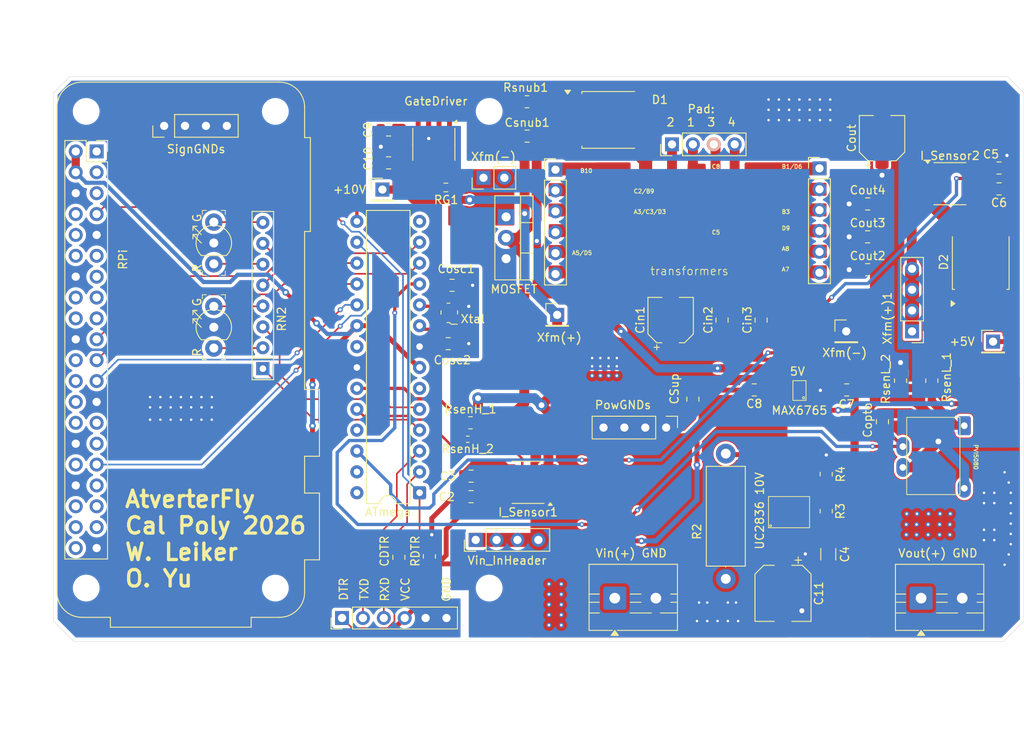
<source format=kicad_pcb>
(kicad_pcb (version 20241229) (generator "pcbnew") (generator_version "9.0")
  (title_block (title "EV Microgrid Flyback Converter ") (company "Cal Poly, Senior Project"))
  (layers (0 "F.Cu" signal) (2 "B.Cu" signal) (13 "F.Paste" user) (15 "B.Paste" user) (5 "F.SilkS" user "F.Silkscreen") (7 "B.SilkS" user "B.Silkscreen") (1 "F.Mask" user) (3 "B.Mask" user) (25 "Edge.Cuts" user))
  (net 0 "")
  (net 1 "/+5Vcc")
  (net 2 "AGND")
  (net 3 "Net-(I_Sensor1-FILTER)")
  (net 4 "PGND")
  (net 5 "/+10Vcc")
  (net 6 "Net-(I_Sensor2-FILTER)")
  (net 7 "Net-(MAX6765-ENABLE)")
  (net 8 "Net-(MAX6765-OUT)")
  (net 9 "/DTR")
  (net 10 "/!Reset")
  (net 11 "Net-(D1-A)")
  (net 12 "/Vin(+)")
  (net 13 "/Vout(+)")
  (net 14 "Net-(D1-K)")
  (net 15 "Net-(D2-A)")
  (net 17 "/PWM")
  (net 19 "Net-(GateDriver1-~{OUT_A})")
  (net 22 "Net-(T1-AA)")
  (net 23 "/IH")
  (net 24 "/IL")
  (net 25 "Net-(UC2836_10V1-Shutdown)")
  (net 26 "/Red1")
  (net 27 "/Green1")
  (net 28 "Net-(D3-A1)")
  (net 29 "Net-(D3-A2)")
  (net 30 "Net-(D4-A2)")
  (net 31 "/Red2")
  (net 32 "/Green2")
  (net 33 "Net-(D4-A1)")
  (net 34 "/VH")
  (net 36 "/VL")
  (net 37 "/SCLK")
  (net 38 "Net-(ATmega1-XTAL1{slash}PB6)")
  (net 39 "Net-(ATmega1-XTAL2{slash}PB7)")
  (net 40 "unconnected-(ATmega1-AREF-Pad21)")
  (net 41 "/!SS")
  (net 42 "/MOSI")
  (net 43 "/RXD")
  (net 45 "/TXD")
  (net 46 "/ProReset")
  (net 47 "/MISO")
  (net 48 "Net-(UC2836_10V1-Driver_Sink)")
  (net 49 "Net-(UC2836_10V1-Feedback)")
  (net 51 "unconnected-(ATmega1-PC4-Pad27)")
  (net 52 "unconnected-(ATmega1-PB0-Pad14)")
  (net 65 "Net-(RPi1-3V3-Pad1)")
  (net 79 "Net-(MOSFET1-G)")
  (net 80 "Net-(U1-A)")
  (net 81 "Net-(T1-SB)")
  (footprint "FlybackSpecialtyComps:Oscillator_Crystal_4pin_SXT224" (layer "F.Cu") (at 133.025 83.575 180)
    (property "Reference" "Xtal")
    (property "Value" "Xtal" (hide yes))
  )
  (footprint "Connector_PinHeader_2.54mm:PinHeader_1x01_P2.54mm_Vertical" (layer "F.Cu") (at 125 68.75)
    (property "Reference" "REF**" (hide yes))
    (property "Value" "PinHeader_1x01_P2.54mm_Vertical" (hide yes))
  )
  (footprint "Capacitor_SMD:C_0805_2012Metric" (layer "F.Cu") (at 170.21 93.13 180)
    (property "Reference" "C8")
    (property "Value" "0.1u" (hide yes))
  )
  (footprint "Capacitor_SMD:C_0805_2012Metric" (layer "F.Cu") (at 184 74.5)
    (property "Reference" "Cout3")
    (property "Value" "5u" (hide yes))
  )
  (footprint "Resistor_SMD:R_0805_2012Metric" (layer "F.Cu") (at 178.96 103.38 -90)
    (property "Reference" "R4")
    (property "Value" "2.5k" (hide yes))
  )
  (footprint "Connector_PinHeader_2.54mm:PinHeader_1x01_P2.54mm_Vertical" (layer "F.Cu") (at 181.4 86)
    (property "Reference" "REF**" (hide yes))
    (property "Value" "PinHeader_1x01_P2.54mm_Vertical" (hide yes))
  )
  (footprint "Capacitor_SMD:C_0805_2012Metric" (layer "F.Cu") (at 184 78.5)
    (property "Reference" "Cout2")
    (property "Value" "5u" (hide yes))
  )
  (footprint "Resistor_SMD:R_0805_2012Metric" (layer "F.Cu") (at 130.71 113.38 -90)
    (property "Reference" "RDTR")
    (property "Value" "10k" (hide yes))
  )
  (footprint "Capacitor_SMD:C_0805_2012Metric" (layer "F.Cu") (at 166.294415 84.63 90)
    (property "Reference" "Cin2")
    (property "Value" "5u" (hide yes))
  )
  (footprint "FlybackSpecialtyComps:LED_3pin_P2.54mm" (layer "F.Cu") (at 104.5 77.79 90)
    (property "Reference" "D4" (hide yes))
    (property "Value" "LED_Dual_AKA" (hide yes))
  )
  (footprint "Capacitor_SMD:C_0805_2012Metric" (layer "F.Cu") (at 184 70.5)
    (property "Reference" "Cout4")
    (property "Value" "5u" (hide yes))
  )
  (footprint "Package_SO:SOIC-8_3.9x4.9mm_P1.27mm" (layer "F.Cu") (at 194 68.035)
    (property "Reference" "I_Sensor2")
    (property "Value" "ACS712xLCTR-05B" (hide yes))
  )
  (footprint "Package_SO:SOIC-8_3.9x4.9mm_P1.27mm" (layer "F.Cu") (at 131.25 63.25 -90)
    (property "Reference" "GateDriver")
    (property "Value" "TC4426xOA" (hide yes))
  )
  (footprint "FlybackSpecialtyComps:transformers" (layer "F.Cu") (at 153 66.25)
    (property "Reference" "T1" (hide yes))
    (property "Value" "Transformer_1P_1S" (hide yes))
  )
  (footprint "Capacitor_SMD:CP_Elec_5x4.5" (layer "F.Cu") (at 160.044415 84.63 90)
    (property "Reference" "Cin1")
    (property "Value" "10u" (hide yes))
  )
  (footprint "Package_TO_SOT_SMD:TO-252-3_TabPin2" (layer "F.Cu") (at 197.75 77.585 90)
    (property "Reference" "D2")
    (property "Value" "D" (hide yes))
  )
  (footprint "Capacitor_SMD:C_0805_2012Metric_Pad1.18x1.45mm_HandSolder" (layer "F.Cu") (at 162.75 94.25 -90)
    (property "Reference" "CSup")
    (property "Value" "1uF" (hide yes))
  )
  (footprint "Connector_PinHeader_2.54mm:PinHeader_1x01_P2.54mm_Vertical" (layer "F.Cu") (at 199.25 87.25)
    (property "Reference" "REF**" (hide yes))
    (property "Value" "PinHeader_1x01_P2.54mm_Vertical" (hide yes))
  )
  (footprint "Resistor_THT:R_Array_SIP8" (layer "F.Cu") (at 110.46 90.54 90)
    (property "Reference" "RN2")
    (property "Value" "R_Pack04_SIP" (hide yes))
  )
  (footprint "Capacitor_SMD:C_0805_2012Metric_Pad1.18x1.45mm_HandSolder" (layer "F.Cu") (at 185.8 97 90)
    (property "Reference" "Copto")
    (property "Value" "10nF" (hide yes))
  )
  (footprint "Resistor_SMD:R_0805_2012Metric" (layer "F.Cu") (at 142.577446 58.063458)
    (property "Reference" "Rsnub1")
    (property "Value" "110" (hide yes))
  )
  (footprint "Capacitor_SMD:C_0805_2012Metric" (layer "F.Cu") (at 125.75 61.5)
    (property "Reference" "C9")
    (property "Value" "10u" (hide yes))
  )
  (footprint "Connector_PinHeader_2.54mm:PinHeader_1x04_P2.54mm_Vertical" (layer "F.Cu") (at 136.34 111.38 90)
    (property "Reference" "Vin_InHeader")
    (property "Value" "Conn_01x04_Pin" (hide yes))
  )
  (footprint "Capacitor_SMD:C_0805_2012Metric" (layer "F.Cu") (at 181.46 93.13)
    (property "Reference" "C7")
    (property "Value" "10u" (hide yes))
  )
  (footprint "Capacitor_SMD:C_0805_2012Metric" (layer "F.Cu") (at 133 87.5 180)
    (property "Reference" "Cosc2")
    (property "Value" "22pf" (hide yes))
  )
  (footprint "Capacitor_SMD:C_0805_2012Metric" (layer "F.Cu") (at 142.5875 62.25)
    (property "Reference" "Csnub1")
    (property "Value" "4n" (hide yes))
  )
  (footprint "Capacitor_SMD:CP_Elec_5x4.5" (layer "F.Cu") (at 185.75 62.5 90)
    (property "Reference" "Cout")
    (property "Value" "15u" (hide yes))
  )
  (footprint "Capacitor_SMD:C_0805_2012Metric" (layer "F.Cu") (at 135.776297 106.116938 180)
    (property "Reference" "C2")
    (property "Value" "0.1u" (hide yes))
  )
  (footprint "Capacitor_SMD:C_0805_2012Metric" (layer "F.Cu") (at 199.975 66.13)
    (property "Reference" "C5")
    (property "Value" "0.1u" (hide yes))
  )
  (footprint "Connector_PinHeader_2.54mm:PinHeader_1x04_P2.54mm_Vertical" (layer "F.Cu") (at 159.5 97.71 -90)
    (property "Reference" "PowGNDs")
    (property "Value" "Conn_01x04_Pin" (hide yes))
  )
  (footprint "Capacitor_SMD:C_0805_2012Metric_Pad1.18x1.45mm_HandSolder" (layer "F.Cu") (at 127 113.5 -90)
    (property "Reference" "CDTR")
    (property "Value" "1uF" (hide yes))
  )
  (footprint "FlybackSpecialtyComps:Max6765" (layer "F.Cu") (at 177.21 94.13 180)
    (property "Reference" "MAX6765")
    (property "Value" "5V Regulator" (hide yes))
  )
  (footprint "FlybackSpecialtyComps:FTDI_USB_TTL_Header" (layer "F.Cu") (at 120.09 120.88 90)
    (property "Reference" "Header1" (hide yes))
    (property "Value" "Conn_01x06_Male" (hide yes))
  )
  (footprint "Resistor_SMD:R_0805_2012Metric" (layer "F.Cu") (at 135.71 97.13)
    (property "Reference" "RsenH_1")
    (property "Value" "120k" (hide yes))
  )
  (footprint "Connector_PinHeader_2.54mm:PinHeader_1x04_P2.54mm_Vertical" (layer "F.Cu") (at 189.39962 86.007909 180)
    (property "Reference" "Xfm(+)1")
    (property "Value" "Conn_01x04_Pin" (hide yes))
  )
  (footprint "Capacitor_SMD:C_0805_2012Metric" (layer "F.Cu") (at 133.465934 80.4 180)
    (property "Reference" "Cosc1")
    (property "Value" "22pf" (hide yes))
  )
  (footprint "Connector_PinHeader_2.54mm:PinHeader_1x02_P2.54mm_Vertical" (layer "F.Cu") (at 137.286986 67.317439 90)
    (property "Reference" "Xfm(-)")
    (property "Value" "PinHeader_1x02_P2.54mm_Vertical" (hide yes))
  )
  (footprint "Package_SO:SOIC-8_3.9x4.9mm_P1.27mm" (layer "F.Cu") (at 142.71 104.38 180)
    (property "Reference" "I_Sensor1")
    (property "Value" "ACS712xLCTR-05B" (hide yes))
  )
  (footprint "Resistor_SMD:R_0402_1005Metric_Pad0.72x0.64mm_HandSolder" (layer "F.Cu") (at 135.370389 99.13 180)
    (property "Reference" "RsenH_2")
    (property "Value" "10k" (hide yes))
  )
  (footprint "FlybackSpecialtyComps:FTDI_USB_TTL_Header" (layer "F.Cu") (at 178.139725 66.168571)
    (property "Reference" "Header1" (hide yes))
    (property "Value" "Conn_01x06_Male" (hide yes))
  )
  (footprint "Resistor_SMD:R_0805_2012Metric" (layer "F.Cu") (at 191.8 92 -90)
    (property "Reference" "RsenL_1")
    (property "Value" "120k" (hide yes))
  )
  (footprint "Capacitor_SMD:C_0805_2012Metric" (layer "F.Cu") (at 125.75 65.5)
    (property "Reference" "C10")
    (property "Value" "0.1u" (hide yes))
  )
  (footprint "Resistor_SMD:R_0805_2012Metric" (layer "F.Cu") (at 178.96 107.88 90)
    (property "Reference" "R3")
    (property "Value" "7500" (hide yes))
  )
  (footprint "FlybackSpecialtyComps:LED_3pin_P2.54mm" (layer "F.Cu") (at 104.5 88.04 90)
    (property "Reference" "D3" (hide yes))
    (property "Value" "LED_Dual_AKA" (hide yes))
  )
  (footprint "FlybackSpecialtyComps:PVI5080" (layer "F.Cu") (at 195.25 101.29 -90)
    (property "Reference" "U1" (hide yes))
    (property "Value" "PVI5080NPBF" (hide yes))
  )
  (footprint "Connector_PinHeader_2.54mm:PinHeader_1x01_P2.54mm_Vertical" (layer "F.Cu") (at 146.25 84)
    (property "Reference" "REF**" (hide yes))
    (property "Value" "PinHeader_1x01_P2.54mm_Vertical" (hide yes))
  )
  (footprint "Capacitor_SMD:C_0805_2012Metric" (layer "F.Cu") (at 171.044415 84.63 90)
    (property "Reference" "Cin3")
    (property "Value" "5u" (hide yes))
  )
  (footprint "TerminalBlock:TerminalBlock_MaiXu_MX126-5.0-02P_1x02_P5.00mm" (layer "F.Cu") (at 153.25 118.4675)
    (property "Reference" "Vin(+) GND")
    (property "Value" "Screw_Terminal_01x02" (hide yes))
  )
  (footprint "Package_DIP:DIP-28_W7.62mm" (layer "F.Cu") (at 129.515 105.64 180)
    (property "Reference" "ATmega")
    (property "Value" "ATmega328P-P" (hide yes))
  )
  (footprint "FlybackSpecialtyComps:UC2836" (layer "F.Cu") (at 172.46 110.87 90)
    (property "Reference" "UC2836_10V1" (hide yes))
    (property "Value" "10V Regulator" (hide yes))
  )
  (footprint "Package_TO_SOT_THT:TO-220-3_Vertical" (layer "F.Cu") (at 140.04 72.08 -90)
    (property "Reference" "MOSFET")
    (property "Value" "IRF540N" (hide yes))
  )
  (footprint "Capacitor_SMD:C_0805_2012Metric" (layer "F.Cu") (at 135.776297 103.616938)
    (property "Reference" "C3")
    (property "Value" "1n" (hide yes))
  )
  (footprint "Connector_PinHeader_2.54mm:PinHeader_1x04_P2.54mm_Vertical" (layer "F.Cu") (at 98.46 61 90)
    (property "Reference" "SignGNDs")
    (property "Value" "Conn_01x04_Pin" (hide yes))
  )
  (footprint "Resistor_SMD:R_0603_1608Metric" (layer "F.Cu") (at 132.713291 68.497971)
    (property "Reference" "RG1")
    (property "Value" "0" (hide yes))
  )
  (footprint "FlybackSpecialtyComps:Raspberry_Pi_Zero_and_Four" (layer "F.Cu") (at 90.25 64.11)
    (property "Reference" "RPi")
    (property "Value" "Raspberry_Pi_2_3" (hide yes))
  )
  (footprint "Resistor_SMD:R_0805_2012Metric" (layer "F.Cu") (at 188 92 90)
    (property "Reference" "RsenL_2")
    (property "Value" "10k" (hide yes))
  )
  (footprint "Connector_PinHeader_2.54mm:PinHeader_1x04_P2.54mm_Vertical" (layer "F.Cu") (at 160.21 63.25 90)
    (property "Reference" "I_InHeader1" (hide yes))
    (property "Value" "Conn_01x04_Pin" (hide yes))
  )
  (footprint "Capacitor_SMD:C_1206_3216Metric" (layer "F.Cu") (at 179.21 113.13 -90)
    (property "Reference" "C4")
    (property "Value" "30u" (hide yes))
  )
  (footprint "TerminalBlock:TerminalBlock_MaiXu_MX126-5.0-02P_1x02_P5.00mm" (layer "F.Cu") (at 190.5 118.4675)
    (property "Reference" "Vout(+) GND")
    (property "Value" "Screw_Terminal_01x02" (hide yes))
  )
  (footprint "Capacitor_SMD:C_0805_2012Metric" (layer "F.Cu") (at 199.975 68.668596 180)
    (property "Reference" "C6")
    (property "Value" "1n" (hide yes))
  )
  (footprint "Resistor_THT:R_Axial_DIN0414_L11.9mm_D4.5mm_P15.24mm_Horizontal" (layer "F.Cu") (at 166.75 116.12 90)
    (property "Reference" "R2")
    (property "Value" "0.1" (hide yes))
  )
  (footprint "Capacitor_SMD:CP_Elec_6.3x7.7" (layer "F.Cu") (at 173.71 117.88 -90)
    (property "Reference" "C11")
    (property "Value" "30u" (hide yes))
  )
  (footprint "Package_TO_SOT_SMD:TO-252-3_TabPin2" (layer "F.Cu") (at 152.565 60.275)
    (property "Reference" "D1")
    (property "Value" "D" (hide yes))
  )
  (footprint "FlybackSpecialtyComps:FTDI_USB_TTL_Header" (layer "F.Cu") (at 146.04 66.33)
    (property "Reference" "Header1" (hide yes))
    (property "Value" "Conn_01x06_Male" (hide yes))
  )
  (gr_line (start 87 55) (end 85 57) (stroke (width 0.05)) (layer "Edge.Cuts"))
  (gr_line (start 85 57) (end 85 121.25) (stroke (width 0.05)) (layer "Edge.Cuts"))
  (gr_line (start 203 121.25) (end 200.5 123.75) (stroke (width 0.05)) (layer "Edge.Cuts"))
  (gr_line (start 201 55) (end 203 57) (stroke (width 0.05)) (layer "Edge.Cuts"))
  (gr_line (start 201 55) (end 87 55) (stroke (width 0.05)) (layer "Edge.Cuts"))
  (gr_line (start 87.5 123.75) (end 85 121.25) (stroke (width 0.05)) (layer "Edge.Cuts"))
  (gr_line (start 203 57) (end 203 121.25) (stroke (width 0.05)) (layer "Edge.Cuts"))
  (gr_line (start 200.5 123.75) (end 87.5 123.75) (stroke (width 0.05)) (layer "Edge.Cuts"))
  (gr_text "Pad:\n2  1  3  4" (at 163.75 59.75 0) (layer "F.SilkS") (effects (font (size 1 1))))
  (gr_text "Xfm(+)" (at 146.5 86.75 0) (layer "F.SilkS") (effects (font (size 1 1))))
  (gr_text "+10V\n" (at 121 68.75 0) (layer "F.SilkS") (effects (font (size 1 1))))
  (gr_text "+5V" (at 195.5 87.25 0) (layer "F.SilkS") (effects (font (size 1 1))))
  (gr_text "Xfm(-)" (at 181.2 88.6 0) (layer "F.SilkS") (effects (font (size 1 1))))
  (gr_text "5V" (at 175.46 90.88 0) (layer "F.SilkS") (effects (font (size 1 1))))
  (gr_text "AtverterFly\nCal Poly 2026\nW. Leiker\nO. Yu\n" (at 93.5 117.25 0) (layer "F.SilkS") (effects (font (size 2 2) (thickness 0.4) (bold yes)) (justify left bottom)))
  (segment (start 127.71 120.88) (end 130.71 117.88) (width 0.6) (layer "F.Cu") (net 1))
  (segment (start 162.71 93.15) (end 169.24 93.15) (width 0.6) (layer "F.Cu") (net 1))
  (segment (start 163.25 102.25) (end 163.25 99.14) (width 0.6) (layer "F.Cu") (net 1))
  (segment (start 121.895 85.32) (end 116.5 90.715) (width 0.6) (layer "F.Cu") (net 1))
  (segment (start 130.71 117.88) (end 130.71 114.2925) (width 0.6) (layer "F.Cu") (net 1))
  (segment (start 200.25 63.5) (end 201.5 63.5) (width 0.6) (layer "F.Cu") (net 1))
  (segment (start 202.063973 90.936027) (end 198.2 94.8) (width 0.6) (layer "F.Cu") (net 1))
  (segment (start 116.5 97.5) (end 116.5 120.75) (width 0.6) (layer "F.Cu") (net 1))
  (segment (start 199.25 87.25) (end 202.043673 87.25) (width 0.6) (layer "F.Cu") (net 1))
  (segment (start 156.5 111.5) (end 149.5 111.5) (width 0.6) (layer "F.Cu") (net 1))
  (segment (start 87.71 66.65) (end 87.71 64.11) (width 1) (layer "F.Cu") (net 1))
  (segment (start 202.043673 87.25) (end 202.046356 87.247317) (width 0.6) (layer "F.Cu") (net 1))
  (segment (start 116.5 90.715) (end 116.5 92.5) (width 0.6) (layer "F.Cu") (net 1))
  (segment (start 132.75 110.093235) (end 136.726297 106.116938) (width 0.6) (layer "F.Cu") (net 1))
  (segment (start 129.4 90.4) (end 124.32 85.32) (width 0.6) (layer "F.Cu") (net 1))
  (segment (start 149.5 111.5) (end 146.7075 114.2925) (width 0.6) (layer "F.Cu") (net 1))
  (segment (start 124.32 85.32) (end 121.895 85.32) (width 0.6) (layer "F.Cu") (net 1))
  (segment (start 201.5 63.5) (end 202.063973 64.063973) (width 0.6) (layer "F.Cu") (net 1))
  (segment (start 199.025 64.725) (end 200.25 63.5) (width 0.6) (layer "F.Cu") (net 1))
  (segment (start 130.71 114.2925) (end 131.7075 114.2925) (width 0.6) (layer "F.Cu") (net 1))
  (segment (start 118.5 122.75) (end 125.84 122.75) (width 0.6) (layer "F.Cu") (net 1))
  (segment (start 125.84 122.75) (end 127.71 120.88) (width 0.6) (layer "F.Cu") (net 1))
  (segment (start 199.025 66.13) (end 199.025 64.725) (width 0.6) (layer "F.Cu") (net 1))
  (segment (start 113.237525 81.262475) (end 116.987525 85.012475) (width 0.5) (layer "F.Cu") (net 1))
  (segment (start 180.4 95.6) (end 171.73 95.6) (width 0.6) (layer "F.Cu") (net 1))
  (segment (start 169.24 93.15) (end 169.26 93.13) (width 0.6) (layer "F.Cu") (net 1))
  (segment (start 202.063973 64.063973) (end 202.063973 85.2) (width 0.6) (layer "F.Cu") (net 1))
  (segment (start 131.7075 114.2925) (end 132.75 113.25) (width 0.6) (layer "F.Cu") (net 1))
  (segment (start 202.063973 85.2) (end 202.063973 90.936027) (width 0.6) (layer "F.Cu") (net 1))
  (segment (start 163.25 99.14) (end 169.26 93.13) (width 0.6) (layer "F.Cu") (net 1))
  (segment (start 116.5 120.75) (end 118.5 122.75) (width 0.6) (layer "F.Cu") (net 1))
  (segment (start 171.73 95.6) (end 169.26 93.13) (width 0.6) (layer "F.Cu") (net 1))
  (segment (start 199.025 66.13) (end 196.475 66.13) (width 0.6) (layer "F.Cu") (net 1))
  (segment (start 146.7075 114.2925) (end 130.71 114.2925) (width 0.6) (layer "F.Cu") (net 1))
  (segment (start 132.75 113.25) (end 132.75 110.093235) (width 0.6) (layer "F.Cu") (net 1))
  (segment (start 140.235 106.285) (end 136.894359 106.285) (width 0.6) (layer "F.Cu") (net 1))
  (segment (start 129.515 90.4) (end 129.4 90.4) (width 0.6) (layer "F.Cu") (net 1))
  (segment (start 198.2 94.8) (end 194.2 94.8) (width 0.6) (layer "F.Cu") (net 1))
  (via (at 194.2 94.8) (size 0.8) (drill 0.4) (layers "F.Cu" "B.Cu") (net 1))
  (via (at 180.4 95.6) (size 0.8) (drill 0.4) (layers "F.Cu" "B.Cu") (net 1))
  (via (at 156.5 111.5) (size 0.8) (drill 0.4) (layers "F.Cu" "B.Cu") (net 1))
  (via (at 116.5 92.5) (size 0.8) (drill 0.4) (layers "F.Cu" "B.Cu") (net 1))
  (via (at 116.987525 85.012475) (size 0.8) (drill 0.4) (layers "F.Cu" "B.Cu") (net 1))
  (via (at 116.5 97.5) (size 0.8) (drill 0.4) (layers "F.Cu" "B.Cu") (net 1))
  (via (at 163.25 102.25) (size 0.8) (drill 0.4) (layers "F.Cu" "B.Cu") (net 1))
  (via (at 113.237525 81.262475) (size 0.8) (drill 0.4) (layers "F.Cu" "B.Cu") (net 1))
  (segment (start 111.086512 79.111462) (end 113.237525 81.262475) (width 0.5) (layer "B.Cu") (net 1))
  (segment (start 180.4 95.6) (end 181.8 95.6) (width 0.6) (layer "B.Cu") (net 1))
  (segment (start 120.8959 86.3191) (end 121.895 85.32) (width 0.5) (layer "B.Cu") (net 1))
  (segment (start 163.25 106.5) (end 163.25 102.25) (width 0.6) (layer "B.Cu") (net 1))
  (segment (start 107.388538 79.111462) (end 111.086512 79.111462) (width 0.5) (layer "B.Cu") (net 1))
  (segment (start 91.172174 67.922174) (end 103.25 80) (width 0.5) (layer "B.Cu") (net 1))
  (segment (start 158.25 111.5) (end 163.25 106.5) (width 0.6) (layer "B.Cu") (net 1))
  (segment (start 106.5 80) (end 107.388538 79.111462) (width 0.5) (layer "B.Cu") (net 1))
  (segment (start 182.6 94.8) (end 194.2 94.8) (width 0.6) (layer "B.Cu") (net 1))
  (segment (start 87.71 66.65) (end 88.982174 67.922174) (width 0.5) (layer "B.Cu") (net 1))
  (segment (start 103.25 80) (end 106.5 80) (width 0.5) (layer "B.Cu") (net 1))
  (segment (start 88.982174 67.922174) (end 91.172174 67.922174) (width 0.5) (layer "B.Cu") (net 1))
  (segment (start 118.29415 86.3191) (end 120.8959 86.3191) (width 0.5) (layer "B.Cu") (net 1))
  (segment (start 181.8 95.6) (end 182.6 94.8) (width 0.6) (layer "B.Cu") (net 1))
  (segment (start 116.5 92.5) (end 116.5 97.5) (width 0.6) (layer "B.Cu") (net 1))
  (segment (start 156.5 111.5) (end 158.25 111.5) (width 0.6) (layer "B.Cu") (net 1))
  (segment (start 116.987525 85.012475) (end 118.29415 86.3191) (width 0.5) (layer "B.Cu") (net 1))
  (segment (start 140.235 102.475) (end 139.851951 102.091951) (width 0.5) (layer "F.Cu") (net 2))
  (segment (start 135.908049 102.091951) (end 134.826297 103.173703) (width 0.5) (layer "F.Cu") (net 2))
  (segment (start 188.28 102.56) (end 189.44 102.56) (width 1.2) (layer "F.Cu") (net 2))
  (segment (start 185.8 95.9625) (end 189.1625 95.9625) (width 1.2) (layer "F.Cu") (net 2))
  (segment (start 134.826297 103.173703) (end 134.826297 103.616938) (width 0.5) (layer "F.Cu") (net 2))
  (segment (start 131 110.75) (end 131 108.75) (width 0.6) (layer "F.Cu") (net 2))
  (segment (start 134.826297 106.116938) (end 134.826297 103.616938) (width 0.8) (layer "F.Cu") (net 2))
  (segment (start 139.851951 102.091951) (end 135.908049 102.091951) (width 0.5) (layer "F.Cu") (net 2))
  (segment (start 133.633062 106.116938) (end 134.826297 106.116938) (width 0.6) (layer "F.Cu") (net 2))
  (segment (start 131 108.75) (end 133.633062 106.116938) (width 0.6) (layer "F.Cu") (net 2))
  (segment (start 133.75 83.091897) (end 133.75 82.95) (width 0.4) (layer "F.Cu") (net 2))
  (segment (start 133.75 82.95) (end 135.484346 82.95) (width 0.4) (layer "F.Cu") (net 2))
  (segment (start 196.475 69.94) (end 199.653596 69.94) (width 0.6) (layer "F.Cu") (net 2))
  (segment (start 134.415934 80.4) (end 135.965934 80.4) (width 0.4) (layer "F.Cu") (net 2))
  (segment (start 189.1625 95.9625) (end 192.6 99.4) (width 1.2) (layer "F.Cu") (net 2))
  (segment (start 200.925 66.13) (end 200.925 68.668596) (width 0.8) (layer "F.Cu") (net 2))
  (segment (start 132.5 84.5) (end 132.5 84.341897) (width 0.4) (layer "F.Cu") (net 2))
  (segment (start 200.925 66.13) (end 200.925 64.60971) (width 0.6) (layer "F.Cu") (net 2))
  (segment (start 189.44 102.56) (end 192.6 99.4) (width 1.2) (layer "F.Cu") (net 2))
  (segment (start 199.653596 69.94) (end 200.925 68.668596) (width 0.6) (layer "F.Cu") (net 2))
  (segment (start 133.95 87.5) (end 135.5 87.5) (width 0.4) (layer "F.Cu") (net 2))
  (segment (start 133.95 82.75) (end 133.75 82.95) (width 0.2) (layer "F.Cu") (net 2))
  (segment (start 132.5 84.341897) (end 133.75 83.091897) (width 0.4) (layer "F.Cu") (net 2))
  (via (at 176.95 59.05) (size 0.6) (drill 0.3) (layers "F.Cu" "B.Cu") (net 2))
  (via (at 104.25 95.25) (size 0.6) (drill 0.3) (layers "F.Cu" "B.Cu") (net 2))
  (via (at 100.5 94) (size 0.6) (drill 0.3) (layers "F.Cu" "B.Cu") (net 2))
  (via (at 175.7 59.05) (size 0.6) (drill 0.3) (layers "F.Cu" "B.Cu") (net 2))
  (via (at 175.7 60.3) (size 0.6) (drill 0.3) (layers "F.Cu" "B.Cu") (net 2))
  (via (at 179.45 60.3) (size 0.6) (drill 0.3) (layers "F.Cu" "B.Cu") (net 2))
  (via (at 192.6 99.4) (size 1.4) (drill 0.7) (layers "F.Cu" "B.Cu") (net 2))
  (via (at 99.25 96.75) (size 0.6) (drill 0.3) (layers "F.Cu" "B.Cu") (net 2))
  (via (at 131 110.75) (size 0.8) (drill 0.4) (layers "F.Cu" "B.Cu") (net 2))
  (via (at 179.45 59.05) (size 0.6) (drill 0.3) (layers "F.Cu" "B.Cu") (net 2))
  (via (at 96.75 95.25) (size 0.6) (drill 0.3) (layers "F.Cu" "B.Cu") (net 2))
  (via (at 171.95 57.8) (size 0.6) (drill 0.3) (layers "F.Cu" "B.Cu") (net 2))
  (via (at 171.95 59.05) (size 0.6) (drill 0.3) (layers "F.Cu" "B.Cu") (net 2))
  (via (at 174.45 57.8) (size 0.6) (drill 0.3) (layers "F.Cu" "B.Cu") (net 2))
  (via (at 174.45 59.05) (size 0.6) (drill 0.3) (layers "F.Cu" "B.Cu") (net 2))
  (via (at 98 96.75) (size 0.6) (drill 0.3) (layers "F.Cu" "B.Cu") (net 2))
  (via (at 135.5 87.5) (size 0.8) (drill 0.4) (layers "F.Cu" "B.Cu") (net 2))
  (via (at 100.5 96.75) (size 0.6) (drill 0.3) (layers "F.Cu" "B.Cu") (net 2))
  (via (at 103 95.25) (size 0.6) (drill 0.3) (layers "F.Cu" "B.Cu") (net 2))
  (via (at 98 94) (size 0.6) (drill 0.3) (layers "F.Cu" "B.Cu") (net 2))
  (via (at 171.95 60.3) (size 0.6) (drill 0.3) (layers "F.Cu" "B.Cu") (net 2))
  (via (at 101.75 95.25) (size 0.6) (drill 0.3) (layers "F.Cu" "B.Cu") (net 2))
  (via (at 103 96.75) (size 0.6) (drill 0.3) (layers "F.Cu" "B.Cu") (net 2))
  (via (at 99.25 94) (size 0.6) (drill 0.3) (layers "F.Cu" "B.Cu") (net 2))
  (via (at 101.75 96.75) (size 0.6) (drill 0.3) (layers "F.Cu" "B.Cu") (net 2))
  (via (at 174.45 60.3) (size 0.6) (drill 0.3) (layers "F.Cu" "B.Cu") (net 2))
  (via (at 176.95 60.3) (size 0.6) (drill 0.3) (layers "F.Cu" "B.Cu") (net 2))
  (via (at 175.7 57.8) (size 0.6) (drill 0.3) (layers "F.Cu" "B.Cu") (net 2))
  (via (at 96.75 96.75) (size 0.6) (drill 0.3) (layers "F.Cu" "B.Cu") (net 2))
  (via (at 99.25 95.25) (size 0.6) (drill 0.3) (layers "F.Cu" "B.Cu") (net 2))
  (via (at 98 95.25) (size 0.6) (drill 0.3) (layers "F.Cu" "B.Cu") (net 2))
  (via (at 101.75 94) (size 0.6) (drill 0.3) (layers "F.Cu" "B.Cu") (net 2))
  (via (at 200.9378 64.59691) (size 0.8) (drill 0.4) (layers "F.Cu" "B.Cu") (net 2))
  (via (at 179.45 57.8) (size 0.6) (drill 0.3) (layers "F.Cu" "B.Cu") (net 2))
  (via (at 135.965934 80.4) (size 0.8) (drill 0.4) (layers "F.Cu" "B.Cu") (net 2))
  (via (at 176.95 57.8) (size 0.6) (drill 0.3) (layers "F.Cu" "B.Cu") (net 2))
  (via (at 178.2 59.05) (size 0.6) (drill 0.3) (layers "F.Cu" "B.Cu") (net 2))
  (via (at 178.2 60.3) (size 0.6) (drill 0.3) (layers "F.Cu" "B.Cu") (net 2))
  (via (at 104.25 94) (size 0.6) (drill 0.3) (layers "F.Cu" "B.Cu") (net 2))
  (via (at 135.498382 82.964036) (size 0.8) (drill 0.4) (layers "F.Cu" "B.Cu") (net 2))
  (via (at 100.5 95.25) (size 0.6) (drill 0.3) (layers "F.Cu" "B.Cu") (net 2))
  (via (at 178.2 57.8) (size 0.6) (drill 0.3) (layers "F.Cu" "B.Cu") (net 2))
  (via (at 103 94) (size 0.6) (drill 0.3) (layers "F.Cu" "B.Cu") (net 2))
  (via (at 173.2 57.8) (size 0.6) (drill 0.3) (layers "F.Cu" "B.Cu") (net 2))
  (via (at 96.75 94) (size 0.6) (drill 0.3) (layers "F.Cu" "B.Cu") (net 2))
  (via (at 173.2 60.3) (size 0.6) (drill 0.3) (layers "F.Cu" "B.Cu") (net 2))
  (via (at 173.2 59.05) (size 0.6) (drill 0.3) (layers "F.Cu" "B.Cu") (net 2))
  (via (at 104.25 96.75) (size 0.6) (drill 0.3) (layers "F.Cu" "B.Cu") (net 2))
  (segment (start 90.986706 88.242786) (end 89.570848 88.242786) (width 0.3) (layer "B.Cu") (net 2))
  (segment (start 89.570848 88.242786) (end 89.568903 88.244731) (width 0.3) (layer "B.Cu") (net 2))
  (segment (start 195.75 105.1) (end 195.75 102.55) (width 1.2) (layer "B.Cu") (net 2))
  (segment (start 195.75 102.55) (end 192.6 99.4) (width 1.2) (layer "B.Cu") (net 2))
  (segment (start 136.854359 103.745) (end 136.726297 103.616938) (width 0.2) (layer "F.Cu") (net 3))
  (segment (start 140.235 103.745) (end 136.854359 103.745) (width 0.6) (layer "F.Cu") (net 3))
  (segment (start 124.8 61.5) (end 124.8 63.54) (width 0.8) (layer "F.Cu") (net 4))
  (segment (start 162.75 96.5) (end 162.75 95.2875) (width 0.8) (layer "F.Cu") (net 4))
  (segment (start 130.615 60.775) (end 130.615 62.525) (width 0.6) (layer "F.Cu") (net 4))
  (segment (start 175 110.87) (end 175 111.669999) (width 0.6) (layer "F.Cu") (net 4))
  (segment (start 188 91.0875) (end 188 89.8) (width 1) (layer "F.Cu") (net 4))
  (segment (start 183.05 70.5) (end 181.75 70.5) (width 1) (layer "F.Cu") (net 4))
  (segment (start 185.75 64.7) (end 185.75 67) (width 1) (layer "F.Cu") (net 4))
  (segment (start 177.21 93.18) (end 178.25 93.18) (width 0.4) (layer "F.Cu") (net 4))
  (segment (start 161.54 97.71) (end 162.75 96.5) (width 0.8) (layer "F.Cu") (net 4))
  (segment (start 183.05 74.5) (end 181.75 74.5) (width 1) (layer "F.Cu") (net 4))
  (segment (start 175 111.669999) (end 176.415 113.085) (width 0.6) (layer "F.Cu") (net 4))
  (segment (start 159.5 97.71) (end 161.54 97.71) (width 0.8) (layer "F.Cu") (net 4))
  (segment (start 175.42 120.58) (end 176 120) (width 1) (layer "F.Cu") (net 4))
  (segment (start 177.935001 114.605) (end 179.21 114.605) (width 0.6) (layer "F.Cu") (net 4))
  (segment (start 183.05 78.5) (end 181.75 78.5) (width 1) (layer "F.Cu") (net 4))
  (segment (start 178.96 102.4675) (end 178.96 101.053977) (width 0.8) (layer "F.Cu") (net 4))
  (segment (start 173.71 120.58) (end 175.42 120.58) (width 1) (layer "F.Cu") (net 4))
  (segment (start 124.8 63.54) (end 124.8 65.5) (width 0.8) (layer "F.Cu") (net 4))
  (segment (start 176.415 113.085) (end 177.935001 114.605) (width 0.6) (layer "F.Cu") (net 4))
  (via (at 153.5 89.25) (size 0.6) (drill 0.3) (layers "F.Cu" "B.Cu") (net 4))
  (via (at 201.4 108.15) (size 0.6) (drill 0.3) (layers "F.Cu" "B.Cu") (net 4))
  (via (at 201.15 104.4) (size 0.6) (drill 0.3) (layers "F.Cu" "B.Cu") (net 4))
  (via (at 150.5 90.25) (size 0.6) (drill 0.3) (layers "F.Cu" "B.Cu") (net 4))
  (via (at 201.4 109.4) (size 0.6) (drill 0.3) (layers "F.Cu" "B.Cu") (net 4))
  (via (at 150.5 89.25) (size 0.6) (drill 0.3) (layers "F.Cu" "B.Cu") (net 4))
  (via (at 151.5 90.25) (size 0.6) (drill 0.3) (layers "F.Cu" "B.Cu") (net 4))
  (via (at 181.75 78.5) (size 1.2) (drill 0.6) (layers "F.Cu" "B.Cu") (net 4))
  (via (at 130.63 62.54) (size 0.8) (drill 0.4) (layers "F.Cu" "B.Cu") (net 4))
  (via (at 152.5 90.25) (size 0.6) (drill 0.3) (layers "F.Cu" "B.Cu") (net 4))
  (via (at 176.415 113.085) (size 0.8) (drill 0.4) (layers "F.Cu" "B.Cu") (net 4))
  (via (at 151.5 89.25) (size 0.6) (drill 0.3) (layers "F.Cu" "B.Cu") (net 4))
  (via (at 199.4 110.15) (size 0.6) (drill 0.3) (layers "F.Cu" "B.Cu") (net 4))
  (via (at 201.15 113.15) (size 0.6) (drill 0.3) (layers "F.Cu" "B.Cu") (net 4))
  (via (at 163.25 121.25) (size 0.6) (drill 0.3) (layers "F.Cu" "B.Cu") (net 4))
  (via (at 198.15 106.9) (size 0.6) (drill 0.3) (layers "F.Cu" "B.Cu") (net 4))
  (via (at 176 120) (size 1.2) (drill 0.6) (layers "F.Cu" "B.Cu") (net 4))
  (via (at 168 119) (size 0.6) (drill 0.3) (layers "F.Cu" "B.Cu") (net 4))
  (via (at 198.15 110.15) (size 0.6) (drill 0.3) (layers "F.Cu" "B.Cu") (net 4))
  (via (at 188 89.8) (size 1.2) (drill 0.6) (layers "F.Cu" "B.Cu") (net 4))
  (via (at 201.4 110.65) (size 0.6) (drill 0.3) (layers "F.Cu" "B.Cu") (net 4))
  (via (at 167 121.25) (size 0.6) (drill 0.3) (layers "F.Cu" "B.Cu") (net 4))
  (via (at 200.65 103.15) (size 0.6) (drill 0.3) (layers "F.Cu" "B.Cu") (net 4))
  (via (at 164.5 119) (size 0.6) (drill 0.3) (layers "F.Cu" "B.Cu") (net 4))
  (via (at 178.25 93.18) (size 0.8) (drill 0.4) (layers "F.Cu" "B.Cu") (net 4))
  (via (at 185.75 67) (size 1.2) (drill 0.6) (layers "F.Cu" "B.Cu") (net 4))
  (via (at 167 119) (size 0.6) (drill 0.3) (layers "F.Cu" "B.Cu") (net 4))
  (via (at 201.4 106.9) (size 0.6) (drill 0.3) (layers "F.Cu" "B.Cu") (net 4))
  (via (at 198.15 111.4) (size 0.6) (drill 0.3) (layers "F.Cu" "B.Cu") (net 4))
  (via (at 201.4 105.65) (size 0.6) (drill 0.3) (layers "F.Cu" "B.Cu") (net 4))
  (via (at 199.4 111.4) (size 0.6) (drill 0.3) (layers "F.Cu" "B.Cu") (net 4))
  (via (at 153.5 90.25) (size 0.6) (drill 0.3) (layers "F.Cu" "B.Cu") (net 4))
  (via (at 181.75 74.5) (size 1.2) (drill 0.6) (layers "F.Cu" "B.Cu") (net 4))
  (via (at 163.5 119) (size 0.6) (drill 0.3) (layers "F.Cu" "B.Cu") (net 4))
  (via (at 199.4 106.9) (size 0.6) (drill 0.3) (layers "F.Cu" "B.Cu") (net 4))
  (via (at 199.4 105.65) (size 0.6) (drill 0.3) (layers "F.Cu" "B.Cu") (net 4))
  (via (at 201.4 111.9) (size 0.6) (drill 0.3) (layers "F.Cu" "B.Cu") (net 4))
  (via (at 124.8 63.54) (size 1) (drill 0.5) (layers "F.Cu" "B.Cu") (net 4))
  (via (at 164.5 121.25) (size 0.6) (drill 0.3) (layers "F.Cu" "B.Cu") (net 4))
  (via (at 200.65 114.4) (size 0.6) (drill 0.3) (layers "F.Cu" "B.Cu") (net 4))
  (via (at 168.25 121.25) (size 0.6) (drill 0.3) (layers "F.Cu" "B.Cu") (net 4))
  (via (at 178.970104 101.043873) (size 0.8) (drill 0.4) (layers "F.Cu" "B.Cu") (net 4))
  (via (at 152.5 89.25) (size 0.6) (drill 0.3) (layers "F.Cu" "B.Cu") (net 4))
  (via (at 181.75 70.5) (size 1.2) (drill 0.6) (layers "F.Cu" "B.Cu") (net 4))
  (via (at 165.75 121.25) (size 0.6) (drill 0.3) (layers "F.Cu" "B.Cu") (net 4))
  (via (at 198.15 105.65) (size 0.6) (drill 0.3) (layers "F.Cu" "B.Cu") (net 4))
  (segment (start 180.2075 108.7925) (end 182.41 106.59) (width 1) (layer "F.Cu") (net 5))
  (segment (start 165.75 90.5) (end 181 90.5) (width 1) (layer "F.Cu") (net 5))
  (segment (start 127.54 68.75) (end 125 68.75) (width 1) (layer "F.Cu") (net 5))
  (segment (start 182.41 91.91) (end 182.41 93.13) (width 1) (layer "F.Cu") (net 5))
  (segment (start 181 90.5) (end 182.41 91.91) (width 1) (layer "F.Cu") (net 5))
  (segment (start 149.5 81.5) (end 154 86) (width 1) (layer "F.Cu") (net 5))
  (segment (start 182.41 106.59) (end 182.41 93.13) (width 1) (layer "F.Cu") (net 5))
  (segment (start 135.6 70) (end 128.79 70) (width 1) (layer "F.Cu") (net 5))
  (segment (start 178.96 108.7925) (end 180.2075 108.7925) (width 1) (layer "F.Cu") (net 5))
  (segment (start 143.771139 80.271139) (end 145 81.5) (width 1) (layer "F.Cu") (net 5))
  (segment (start 145 81.5) (end 149.5 81.5) (width 1) (layer "F.Cu") (net 5))
  (segment (start 128.79 70) (end 127.54 68.75) (width 1) (layer "F.Cu") (net 5))
  (segment (start 143.771139 75) (end 143.771139 80.271139) (width 1) (layer "F.Cu") (net 5))
  (via (at 165.75 90.5) (size 0.8) (drill 0.4) (layers "F.Cu" "B.Cu") (net 5))
  (via (at 135.6 70) (size 1.2) (drill 0.6) (layers "F.Cu" "B.Cu") (net 5))
  (via (at 154 86) (size 0.8) (drill 0.4) (layers "F.Cu" "B.Cu") (net 5))
  (via (at 143.771139 75) (size 1) (drill 0.5) (layers "F.Cu" "B.Cu") (net 5))
  (segment (start 154 86) (end 158.5 90.5) (width 1) (layer "B.Cu") (net 5))
  (segment (start 135.6 70) (end 142.75 70) (width 1) (layer "B.Cu") (net 5))
  (segment (start 158.5 90.5) (end 165.75 90.5) (width 1) (layer "B.Cu") (net 5))
  (segment (start 143.771139 71.021139) (end 143.771139 75) (width 1) (layer "B.Cu") (net 5))
  (segment (start 142.75 70) (end 143.771139 71.021139) (width 1) (layer "B.Cu") (net 5))
  (segment (start 196.476404 68.668596) (end 196.475 68.67) (width 0.6) (layer "F.Cu") (net 6))
  (segment (start 199.025 68.668596) (end 196.476404 68.668596) (width 0.6) (layer "F.Cu") (net 6))
  (segment (start 176.61 92.23) (end 177.21 92.23) (width 0.3) (layer "F.Cu") (net 7))
  (segment (start 176.21 93.484999) (end 176.21 92.63) (width 0.3) (layer "F.Cu") (net 7))
  (segment (start 180.51 93.13) (end 179.61 92.23) (width 0.4) (layer "F.Cu") (net 7))
  (segment (start 176.21 92.63) (end 176.61 92.23) (width 0.3) (layer "F.Cu") (net 7))
  (segment (start 177.21 94.13) (end 176.855001 94.13) (width 0.3) (layer "F.Cu") (net 7))
  (segment (start 179.61 92.23) (end 177.21 92.23) (width 0.4) (layer "F.Cu") (net 7))
  (segment (start 176.855001 94.13) (end 176.21 93.484999) (width 0.3) (layer "F.Cu") (net 7))
  (segment (start 172.16 94.13) (end 171.16 93.13) (width 0.6) (layer "F.Cu") (net 8))
  (segment (start 174.21 94.13) (end 172.16 94.13) (width 0.6) (layer "F.Cu") (net 8))
  (segment (start 120.09 120.88) (end 120.21 120.88) (width 0.2) (layer "F.Cu") (net 9))
  (segment (start 126.456223 121.283835) (end 126.456223 116.543777) (width 0.2) (layer "F.Cu") (net 9))
  (segment (start 127 116) (end 127 114.5375) (width 0.2) (layer "F.Cu") (net 9))
  (segment (start 121.326364 122.116364) (end 125.623694 122.116364) (width 0.2) (layer "F.Cu") (net 9))
  (segment (start 125.623694 122.116364) (end 126.456223 121.283835) (width 0.2) (layer "F.Cu") (net 9))
  (segment (start 126.456223 116.543777) (end 127 116) (width 0.2) (layer "F.Cu") (net 9))
  (segment (start 120.09 120.88) (end 121.326364 122.116364) (width 0.2) (layer "F.Cu") (net 9))
  (segment (start 91.1 70.88) (end 90.25 71.73) (width 0.2) (layer "F.Cu") (net 10))
  (segment (start 130.71 112.4675) (end 129.5 111.2575) (width 0.2) (layer "F.Cu") (net 10))
  (segment (start 129.5 111.2575) (end 129.5 110.75) (width 0.2) (layer "F.Cu") (net 10))
  (segment (start 118.25995 70.88) (end 91.1 70.88) (width 0.2) (layer "F.Cu") (net 10))
  (segment (start 127 112.4625) (end 127.0375 112.5) (width 0.2) (layer "F.Cu") (net 10))
  (segment (start 129.515 110.735) (end 129.515 105.64) (width 0.2) (layer "F.Cu") (net 10))
  (segment (start 127.0375 112.5) (end 130.6775 112.5) (width 0.2) (layer "F.Cu") (net 10))
  (segment (start 120.189975 72.810025) (end 118.25995 70.88) (width 0.2) (layer "F.Cu") (net 10))
  (segment (start 129.5 110.75) (end 129.515 110.735) (width 0.2) (layer "F.Cu") (net 10))
  (via (at 120.189975 72.810025) (size 0.6) (drill 0.3) (layers "F.Cu" "B.Cu") (net 10))
  (segment (start 121.258059 73.878109) (end 122.170159 73.878109) (width 0.2) (layer "B.Cu") (net 10))
  (segment (start 122.170159 73.878109) (end 127.5 79.20795) (width 0.2) (layer "B.Cu") (net 10))
  (segment (start 120.189975 72.810025) (end 121.258059 73.878109) (width 0.2) (layer "B.Cu") (net 10))
  (segment (start 127.5 103.625) (end 129.515 105.64) (width 0.2) (layer "B.Cu") (net 10))
  (segment (start 127.5 79.20795) (end 127.5 103.625) (width 0.2) (layer "B.Cu") (net 10))
  (segment (start 136.75 99.13) (end 137.87 99.13) (width 1.2) (layer "F.Cu") (net 11))
  (segment (start 160.044415 72.044415) (end 157 69) (width 1.6) (layer "F.Cu") (net 11))
  (segment (start 145.342989 61.907011) (end 146.975 60.275) (width 1.2) (layer "F.Cu") (net 11))
  (segment (start 141.469888 74.62) (end 143.753424 72.336464) (width 1.2) (layer "F.Cu") (net 11))
  (segment (start 143.753424 72.336464) (end 143.753424 64.746576) (width 1.2) (layer "F.Cu") (net 11))
  (segment (start 143.753424 64.746576) (end 145.342989 63.157011) (width 1.2) (layer "F.Cu") (net 11))
  (segment (start 142.25 94.75) (end 142.25 76.75) (width 1.2) (layer "F.Cu") (net 11))
  (segment (start 157 65.25) (end 153.825 62.075) (width 1.6) (layer "F.Cu") (net 11))
  (segment (start 145.342989 63.157011) (end 145.342989 61.907011) (width 1.2) (layer "F.Cu") (net 11))
  (segment (start 142.25 76.75) (end 140.12 74.62) (width 1.2) (layer "F.Cu") (net 11))
  (segment (start 153.825 62.075) (end 153.825 60.275) (width 1.6) (layer "F.Cu") (net 11))
  (segment (start 146.975 60.275) (end 153.175 60.275) (width 1.2) (layer "F.Cu") (net 11))
  (segment (start 140.04 74.62) (end 141.469888 74.62) (width 1.2) (layer "F.Cu") (net 11))
  (segment (start 137.87 99.13) (end 142.25 94.75) (width 1.2) (layer "F.Cu") (net 11))
  (segment (start 157 69) (end 157 65.25) (width 1.6) (layer "F.Cu") (net 11))
  (segment (start 160.044415 82.43) (end 160.044415 72.044415) (width 1.6) (layer "F.Cu") (net 11))
  (segment (start 145.095 105.015) (end 144.96 104.88) (width 0.2) (layer "F.Cu") (net 12))
  (segment (start 145.185 105.015) (end 145.095 105.015) (width 0.2) (layer "F.Cu") (net 12))
  (segment (start 143.96 111.38) (end 136.34 111.38) (width 1.7) (layer "F.Cu") (net 12))
  (via (at 150.5 91.4) (size 0.6) (drill 0.3) (layers "F.Cu" "B.Cu") (net 12))
  (via (at 146.75 120.5) (size 0.6) (drill 0.3) (layers "F.Cu" "B.Cu") (net 12))
  (via (at 146.75 118) (size 0.6) (drill 0.3) (layers "F.Cu" "B.Cu") (net 12))
  (via (at 145.25 121.75) (size 0.6) (drill 0.3) (layers "F.Cu" "B.Cu") (net 12))
  (via (at 145.25 119.25) (size 0.6) (drill 0.3) (layers "F.Cu" "B.Cu") (net 12))
  (via (at 146.75 119.25) (size 0.6) (drill 0.3) (layers "F.Cu" "B.Cu") (net 12))
  (via (at 145.25 118) (size 0.6) (drill 0.3) (layers "F.Cu" "B.Cu") (net 12))
  (via (at 152.5 91.4) (size 0.6) (drill 0.3) (layers "F.Cu" "B.Cu") (net 12))
  (via (at 145.25 120.5) (size 0.6) (drill 0.3) (layers "F.Cu" "B.Cu") (net 12))
  (via (at 153.5 91.4) (size 0.6) (drill 0.3) (layers "F.Cu" "B.Cu") (net 12))
  (via (at 145.25 116.75) (size 0.6) (drill 0.3) (layers "F.Cu" "B.Cu") (net 12))
  (via (at 151.5 91.4) (size 0.6) (drill 0.3) (layers "F.Cu" "B.Cu") (net 12))
  (via (at 146.75 121.75) (size 0.6) (drill 0.3) (layers "F.Cu" "B.Cu") (net 12))
  (via (at 146.75 116.75) (size 0.6) (drill 0.3) (layers "F.Cu" "B.Cu") (net 12))
  (via (at 190 108.2) (size 0.6) (drill 0.3) (layers "F.Cu" "B.Cu") (net 13))
  (via (at 194.05 108.2) (size 0.6) (drill 0.3) (layers "F.Cu" "B.Cu") (net 13))
  (via (at 188.7 110.75) (size 0.6) (drill 0.3) (layers "F.Cu" "B.Cu") (net 13))
  (via (at 188.7 109.5) (size 0.6) (drill 0.3) (layers "F.Cu" "B.Cu") (net 13))
  (via (at 191.35 109.5) (size 0.6) (drill 0.3) (layers "F.Cu" "B.Cu") (net 13))
  (via (at 189.95 110.75) (size 0.6) (drill 0.3) (layers "F.Cu" "B.Cu") (net 13))
  (via (at 194 110.75) (size 0.6) (drill 0.3) (layers "F.Cu" "B.Cu") (net 13))
  (via (at 192.75 109.5) (size 0.6) (drill 0.3) (layers "F.Cu" "B.Cu") (net 13))
  (via (at 189.95 109.5) (size 0.6) (drill 0.3) (layers "F.Cu" "B.Cu") (net 13))
  (via (at 194 109.5) (size 0.6) (drill 0.3) (layers "F.Cu" "B.Cu") (net 13))
  (via (at 191.4 108.2) (size 0.6) (drill 0.3) (layers "F.Cu" "B.Cu") (net 13))
  (via (at 192.8 108.2) (size 0.6) (drill 0.3) (layers "F.Cu" "B.Cu") (net 13))
  (via (at 191.35 110.75) (size 0.6) (drill 0.3) (layers "F.Cu" "B.Cu") (net 13))
  (via (at 192.75 110.75) (size 0.6) (drill 0.3) (layers "F.Cu" "B.Cu") (net 13))
  (via (at 188.75 108.2) (size 0.6) (drill 0.3) (layers "F.Cu" "B.Cu") (net 13))
  (segment (start 143.536946 58) (end 146.87 58) (width 1.2) (layer "F.Cu") (net 14))
  (segment (start 143.5375 57.973191) (end 143.541323 57.969368) (width 1.2) (layer "F.Cu") (net 14))
  (segment (start 143.535654 62.369865) (end 143.5375 62.368019) (width 1.2) (layer "F.Cu") (net 14))
  (segment (start 143.532571 58.004375) (end 143.536946 58) (width 1.2) (layer "F.Cu") (net 14))
  (segment (start 143.5375 62.368019) (end 143.5375 57.973191) (width 1.2) (layer "F.Cu") (net 14))
  (segment (start 124.25 59) (end 130.75 59) (width 0.4) (layer "F.Cu") (net 17))
  (segment (start 130.75 59) (end 131.885 60.135) (width 0.4) (layer "F.Cu") (net 17))
  (segment (start 131.885 60.135) (end 131.885 60.775) (width 0.4) (layer "F.Cu") (net 17))
  (segment (start 121.895 61.355) (end 124.25 59) (width 0.4) (layer "F.Cu") (net 17))
  (segment (start 121.895 72.62) (end 121.895 61.355) (width 0.4) (layer "F.Cu") (net 17))
  (segment (start 141.6375 57.963792) (end 141.63809 57.963202) (width 1.2) (layer "F.Cu") (net 22))
  (segment (start 141.6375 64.4675) (end 141.6375 62.25) (width 1.2) (layer "F.Cu") (net 22))
  (segment (start 145.185 100.412163) (end 145.185 102.475) (width 1.2) (layer "F.Cu") (net 22))
  (segment (start 141.6375 62.25) (end 141.6375 57.963792) (width 1.2) (layer "F.Cu") (net 22))
  (segment (start 142.29 71.670914) (end 142.29 65.12) (width 1.2) (layer "F.Cu") (net 22))
  (segment (start 144.341627 94.982823) (end 146.25 93.07445) (width 1.2) (layer "F.Cu") (net 22))
  (segment (start 145.189865 100.407298) (end 145.185 100.412163) (width 1.2) (layer "F.Cu") (net 22))
  (segment (start 144.341627 94.982823) (end 145.189865 95.831061) (width 1.2) (layer "F.Cu") (net 22))
  (segment (start 142.29 65.12) (end 141.6375 64.4675) (width 1.2) (layer "F.Cu") (net 22))
  (segment (start 146.25 93.07445) (end 146.25 84) (width 1.2) (layer "F.Cu") (net 22))
  (segment (start 145.189865 95.831061) (end 145.189865 100.407298) (width 1.2) (layer "F.Cu") (net 22))
  (segment (start 136.621879 97.223669) (end 136.6225 97.223048) (width 1.2) (layer "F.Cu") (net 22))
  (segment (start 136.6225 97.223048) (end 136.6225 94.1275) (width 1.2) (layer "F.Cu") (net 22))
  (via (at 136.6225 94.1275) (size 1.4) (drill 0.7) (layers "F.Cu" "B.Cu") (net 22))
  (via (at 142.290829 71.671743) (size 1.2) (drill 0.6) (layers "F.Cu" "B.Cu") (net 22))
  (via (at 144.341627 94.982823) (size 1.4) (drill 0.7) (layers "F.Cu" "B.Cu") (net 22))
  (segment (start 138.918797 94.125661) (end 138.916958 94.1275) (width 1.2) (layer "B.Cu") (net 22))
  (segment (start 142.290829 71.671743) (end 142.29 71.672572) (width 1.2) (layer "B.Cu") (net 22))
  (segment (start 144.341627 94.982823) (end 143.484465 94.125661) (width 1.2) (layer "B.Cu") (net 22))
  (segment (start 142.29 71.672572) (end 142.29 80.04) (width 1.2) (layer "B.Cu") (net 22))
  (segment (start 138.916958 94.1275) (end 136.6225 94.1275) (width 1.2) (layer "B.Cu") (net 22))
  (segment (start 143.484465 94.125661) (end 138.918797 94.125661) (width 1.2) (layer "B.Cu") (net 22))
  (segment (start 142.29 80.04) (end 146.25 84) (width 1.2) (layer "B.Cu") (net 22))
  (segment (start 128.876257 96.743447) (end 128.43181 96.299) (width 0.3) (layer "F.Cu") (net 23))
  (segment (start 130.243447 96.743447) (end 128.876257 96.743447) (width 0.3) (layer "F.Cu") (net 23))
  (segment (start 142 104.75) (end 142 101.5) (width 0.3) (layer "F.Cu") (net 23))
  (segment (start 128.43181 96.299) (end 122.714 96.299) (width 0.3) (layer "F.Cu") (net 23))
  (segment (start 141.735 105.015) (end 142 104.75) (width 0.3) (layer "F.Cu") (net 23))
  (segment (start 141.25 100.75) (end 134.25 100.75) (width 0.3) (layer "F.Cu") (net 23))
  (segment (start 140.235 105.015) (end 141.735 105.015) (width 0.3) (layer "F.Cu") (net 23))
  (segment (start 122.714 96.299) (end 121.895 95.48) (width 0.3) (layer "F.Cu") (net 23))
  (segment (start 134.25 100.75) (end 130.243447 96.743447) (width 0.3) (layer "F.Cu") (net 23))
  (segment (start 142 101.5) (end 141.25 100.75) (width 0.3) (layer "F.Cu") (net 23))
  (segment (start 172.877391 88.622609) (end 171.872609 88.622609) (width 0.4) (layer "F.Cu") (net 24))
  (segment (start 194.8 67.4) (end 196.475 67.4) (width 0.4) (layer "F.Cu") (net 24))
  (segment (start 179.625 81.875) (end 172.877391 88.622609) (width 0.4) (layer "F.Cu") (net 24))
  (segment (start 149.25 101.661) (end 155 101.661) (width 0.4) (layer "F.Cu") (net 24))
  (via (at 155 101.661) (size 0.6) (drill 0.3) (layers "F.Cu" "B.Cu") (net 24))
  (via (at 149.25 101.661) (size 0.6) (drill 0.3) (layers "F.Cu" "B.Cu") (net 24))
  (via (at 171.872609 88.622609) (size 0.6) (drill 0.3) (layers "F.Cu" "B.Cu") (net 24))
  (via (at 194.8 67.4) (size 0.6) (drill 0.3) (layers "F.Cu" "B.Cu") (net 24))
  (via (at 179.625 81.875) (size 0.6) (drill 0.3) (layers "F.Cu" "B.Cu") (net 24))
  (segment (start 130.75 107.5) (end 127.75 107.5) (width 0.4) (layer "B.Cu") (net 24))
  (segment (start 126 104.665) (end 121.895 100.56) (width 0.4) (layer "B.Cu") (net 24))
  (segment (start 181.3 80.2) (end 184 80.2) (width 0.4) (layer "B.Cu") (net 24))
  (segment (start 131.25 105.79116) (end 131.25 107) (width 0.4) (layer "B.Cu") (net 24))
  (segment (start 131.25 107) (end 130.75 107.5) (width 0.4) (layer "B.Cu") (net 24))
  (segment (start 127.75 107.5) (end 126 105.75) (width 0.4) (layer "B.Cu") (net 24))
  (segment (start 135.38016 101.661) (end 131.25 105.79116) (width 0.4) (layer "B.Cu") (net 24))
  (segment (start 149.25 101.661) (end 135.38016 101.661) (width 0.4) (layer "B.Cu") (net 24))
  (segment (start 155 101.661) (end 158.834218 101.661) (width 0.4) (layer "B.Cu") (net 24))
  (segment (start 194.8 69.4) (end 194.8 67.4) (width 0.4) (layer "B.Cu") (net 24))
  (segment (start 179.625 81.875) (end 181.3 80.2) (width 0.4) (layer "B.Cu") (net 24))
  (segment (start 158.834218 101.661) (end 171.872609 88.622609) (width 0.4) (layer "B.Cu") (net 24))
  (segment (start 184 80.2) (end 194.8 69.4) (width 0.4) (layer "B.Cu") (net 24))
  (segment (start 126 105.75) (end 126 104.665) (width 0.4) (layer "B.Cu") (net 24))
  (segment (start 173.73 110.87) (end 173.73 115.16) (width 0.6) (layer "F.Cu") (net 25))
  (segment (start 116.67 96.75) (end 128.245 96.75) (width 0.2) (layer "F.Cu") (net 26))
  (segment (start 110.46 90.54) (end 116.67 96.75) (width 0.2) (layer "F.Cu") (net 26))
  (segment (start 128.245 96.75) (end 129.515 98.02) (width 0.2) (layer "F.Cu") (net 26))
  (segment (start 126 95.25) (end 125 94.25) (width 0.2) (layer "F.Cu") (net 27))
  (segment (start 115.5 94.25) (end 112.5 91.25) (width 0.2) (layer "F.Cu") (net 27))
  (segment (start 112.5 87.5) (end 110.46 85.46) (width 0.2) (layer "F.Cu") (net 27))
  (segment (start 112.5 91.25) (end 112.5 87.5) (width 0.2) (layer "F.Cu") (net 27))
  (segment (start 129.515 95.48) (end 129.285 95.25) (width 0.2) (layer "F.Cu") (net 27))
  (segment (start 125 94.25) (end 115.5 94.25) (width 0.2) (layer "F.Cu") (net 27))
  (segment (start 129.285 95.25) (end 126 95.25) (width 0.2) (layer "F.Cu") (net 27))
  (segment (start 104.46 88.04) (end 110.42 88.04) (width 0.2) (layer "F.Cu") (net 28))
  (segment (start 104.46 82.96) (end 110.42 82.96) (width 0.2) (layer "F.Cu") (net 29))
  (segment (start 104.5 72.71) (end 110.41 72.71) (width 0.2) (layer "F.Cu") (net 30))
  (segment (start 110.46 80.38) (end 111.84 79) (width 0.2) (layer "F.Cu") (net 31))
  (segment (start 128.215 79) (end 129.515 77.7) (width 0.2) (layer "F.Cu") (net 31))
  (segment (start 111.84 79) (end 128.215 79) (width 0.2) (layer "F.Cu") (net 31))
  (segment (start 128.175 76.5) (end 129.515 75.16) (width 0.2) (layer "F.Cu") (net 32))
  (segment (start 111.66 76.5) (end 128.175 76.5) (width 0.2) (layer "F.Cu") (net 32))
  (segment (start 110.46 75.3) (end 111.66 76.5) (width 0.2) (layer "F.Cu") (net 32))
  (segment (start 104.5 77.79) (end 110.41 77.79) (width 0.2) (layer "F.Cu") (net 33))
  (segment (start 128.920208 94.214326) (end 131.881826 94.214326) (width 0.4) (layer "F.Cu") (net 34))
  (segment (start 131.881826 94.214326) (end 134.7975 97.13) (width 0.4) (layer "F.Cu") (net 34))
  (segment (start 134.772889 99.09315) (end 134.772889 97.154611) (width 0.7) (layer "F.Cu") (net 34))
  (segment (start 121.895 92.94) (end 127.645882 92.94) (width 0.4) (layer "F.Cu") (net 34))
  (segment (start 127.645882 92.94) (end 128.920208 94.214326) (width 0.4) (layer "F.Cu") (net 34))
  (segment (start 134.775037 99.095298) (end 134.772889 99.09315) (width 0.7) (layer "F.Cu") (net 34))
  (segment (start 128.26 80.24) (end 129.515 80.24) (width 0.4) (layer "F.Cu") (net 36))
  (segment (start 184.6 100) (end 188.26 100) (width 0.4) (layer "F.Cu") (net 36))
  (segment (start 154.25 109.5) (end 156 107.75) (width 0.4) (layer "F.Cu") (net 36))
  (segment (start 185.8 98.0375) (end 186.2975 98.0375) (width 0.4) (layer "F.Cu") (net 36))
  (segment (start 149.25 109.5) (end 154.25 109.5) (width 0.4) (layer "F.Cu") (net 36))
  (segment (start 126.5 83.75) (end 126.5 82) (width 0.4) (layer "F.Cu") (net 36))
  (segment (start 126.5 82) (end 128.26 80.24) (width 0.4) (layer "F.Cu") (net 36))
  (segment (start 188.26 100) (end 188.28 100.02) (width 0.4) (layer "F.Cu") (net 36))
  (segment (start 186.2975 98.0375) (end 188.28 100.02) (width 0.4) (layer "F.Cu") (net 36))
  (via (at 156 107.75) (size 0.6) (drill 0.3) (layers "F.Cu" "B.Cu") (net 36))
  (via (at 149.25 109.5) (size 0.6) (drill 0.3) (layers "F.Cu" "B.Cu") (net 36))
  (via (at 126.5 83.75) (size 0.6) (drill 0.3) (layers "F.Cu" "B.Cu") (net 36))
  (via (at 184.6 100) (size 0.6) (drill 0.3) (layers "F.Cu" "B.Cu") (net 36))
  (segment (start 149.25 109.5) (end 122 109.5) (width 0.4) (layer "B.Cu") (net 36))
  (segment (start 119.5 100.75) (end 120.960871 99.289129) (width 0.4) (layer "B.Cu") (net 36))
  (segment (start 180.2 100) (end 178.4 98.2) (width 0.4) (layer "B.Cu") (net 36))
  (segment (start 184.6 100) (end 180.2 100) (width 0.4) (layer "B.Cu") (net 36))
  (segment (start 119.5 107) (end 119.5 100.75) (width 0.4) (layer "B.Cu") (net 36))
  (segment (start 120.960871 99.289129) (end 124.960871 99.289129) (width 0.4) (layer "B.Cu") (net 36))
  (segment (start 126.5 97.75) (end 126.5 83.75) (width 0.4) (layer "B.Cu") (net 36))
  (segment (start 124.960871 99.289129) (end 126.5 97.75) (width 0.4) (layer "B.Cu") (net 36))
  (segment (start 165.55 98.2) (end 156 107.75) (width 0.4) (layer "B.Cu") (net 36))
  (segment (start 122 109.5) (end 119.5 107) (width 0.4) (layer "B.Cu") (net 36))
  (segment (start 178.4 98.2) (end 165.55 98.2) (width 0.4) (layer "B.Cu") (net 36))
  (segment (start 114.625 88.625) (end 119.875 83.375) (width 0.2) (layer "F.Cu") (net 37))
  (via (at 114.625 88.625) (size 0.6) (drill 0.3) (layers "F.Cu" "B.Cu") (net 37))
  (via (at 119.875 83.375) (size 0.6) (drill 0.3) (layers "F.Cu" "B.Cu") (net 37))
  (segment (start 114.625 88.625) (end 113.811 89.439) (width 0.2) (layer "B.Cu") (net 37))
  (segment (start 92.861 89.439) (end 90.25 92.05) (width 0.2) (layer "B.Cu") (net 37))
  (segment (start 119.875 83.375) (end 120.47 82.78) (width 0.2) (layer "B.Cu") (net 37))
  (segment (start 113.811 89.439) (end 92.861 89.439) (width 0.2) (layer "B.Cu") (net 37))
  (segment (start 120.47 82.78) (end 121.895 82.78) (width 0.2) (layer "B.Cu") (net 37))
  (segment (start 133.25 85.75) (end 129.945 85.75) (width 0.4) (layer "F.Cu") (net 38))
  (segment (start 129.945 85.75) (end 129.515 85.32) (width 0.4) (layer "F.Cu") (net 38))
  (segment (start 133.625 85.375) (end 133.25 85.75) (width 0.4) (layer "F.Cu") (net 38))
  (segment (start 133.75 84.5) (end 133.75 85.25) (width 0.4) (layer "F.Cu") (net 38))
  (segment (start 133.75 85.8) (end 133.75 84.5) (width 0.4) (layer "F.Cu") (net 38))
  (segment (start 133.75 85.25) (end 133.625 85.375) (width 0.4) (layer "F.Cu") (net 38))
  (segment (start 132.05 87.5) (end 133.75 85.8) (width 0.4) (layer "F.Cu") (net 38))
  (segment (start 132.5 82.95) (end 132.5 80.415934) (width 0.4) (layer "F.Cu") (net 39))
  (segment (start 132.5 82.95) (end 129.685 82.95) (width 0.4) (layer "F.Cu") (net 39))
  (segment (start 114.49605 90.74605) (end 119.87105 85.37105) (width 0.2) (layer "F.Cu") (net 41))
  (via (at 119.87105 85.37105) (size 0.6) (drill 0.3) (layers "F.Cu" "B.Cu") (net 41))
  (via (at 114.49605 90.74605) (size 0.6) (drill 0.3) (layers "F.Cu" "B.Cu") (net 41))
  (segment (start 123.25 76.515) (end 123.25 83.25) (width 0.2) (layer "B.Cu") (net 41))
  (segment (start 121.895 75.16) (end 123.25 76.515) (width 0.2) (layer "B.Cu") (net 41))
  (segment (start 121.143059 84.099041) (end 119.87105 85.37105) (width 0.2) (layer "B.Cu") (net 41))
  (segment (start 114.49605 90.74605) (end 103.0321 102.21) (width 0.2) (layer "B.Cu") (net 41))
  (segment (start 103.0321 102.21) (end 90.25 102.21) (width 0.2) (layer "B.Cu") (net 41))
  (segment (start 123.25 83.25) (end 122.400959 84.099041) (width 0.2) (layer "B.Cu") (net 41))
  (segment (start 122.400959 84.099041) (end 121.143059 84.099041) (width 0.2) (layer "B.Cu") (net 41))
  (segment (start 97.941 79.279) (end 90.25 86.97) (width 0.2) (layer "F.Cu") (net 42))
  (segment (start 121.895 77.7) (end 112.15705 77.7) (width 0.2) (layer "F.Cu") (net 42))
  (segment (start 112.15705 77.7) (end 110.57805 79.279) (width 0.2) (layer "F.Cu") (net 42))
  (segment (start 110.57805 79.279) (end 97.941 79.279) (width 0.2) (layer "F.Cu") (net 42))
  (segment (start 125.17 112.08) (end 128 109.25) (width 0.2) (layer "F.Cu") (net 43))
  (segment (start 128 104.615) (end 129.515 103.1) (width 0.2) (layer "F.Cu") (net 43))
  (segment (start 128 109.25) (end 128 104.615) (width 0.2) (layer "F.Cu") (net 43))
  (segment (start 125.17 120.88) (end 125.17 112.08) (width 0.2) (layer "F.Cu") (net 43))
  (segment (start 126.75 103.325) (end 129.515 100.56) (width 0.2) (layer "F.Cu") (net 45))
  (segment (start 122.63 120.88) (end 122.63 112.62) (width 0.2) (layer "F.Cu") (net 45))
  (segment (start 122.63 112.62) (end 126.75 108.5) (width 0.2) (layer "F.Cu") (net 45))
  (segment (start 126.75 108.5) (end 126.75 103.325) (width 0.2) (layer "F.Cu") (net 45))
  (segment (start 113.01 80.24) (end 111.75 81.5) (width 0.2) (layer "F.Cu") (net 47))
  (segment (start 98.26 81.5) (end 90.25 89.51) (width 0.2) (layer "F.Cu") (net 47))
  (segment (start 108.25 81.5) (end 98.26 81.5) (width 0.2) (layer "F.Cu") (net 47))
  (segment (start 121.895 80.24) (end 113.01 80.24) (width 0.2) (layer "F.Cu") (net 47))
  (segment (start 111.75 81.5) (end 108.25 81.5) (width 0.2) (layer "F.Cu") (net 47))
  (segment (start 170.399999 101) (end 166.87 101) (width 0.6) (layer "F.Cu") (net 48))
  (segment (start 166.87 101) (end 166.75 100.88) (width 0.6) (layer "F.Cu") (net 48))
  (segment (start 173.73 105.13) (end 173.73 104.330001) (width 0.6) (layer "F.Cu") (net 48))
  (segment (start 173.73 104.330001) (end 170.399999 101) (width 0.6) (layer "F.Cu") (net 48))
  (segment (start 178.96 104.2925) (end 178.96 106.9675) (width 0.6) (layer "F.Cu") (net 49))
  (segment (start 178.96 106.9675) (end 173.497501 106.9675) (width 0.6) (layer "F.Cu") (net 49))
  (segment (start 172.46 105.929999) (end 172.46 105.13) (width 0.6) (layer "F.Cu") (net 49))
  (segment (start 173.497501 106.9675) (end 172.46 105.929999) (width 0.6) (layer "F.Cu") (net 49))
  (segment (start 162.75 65.789) (end 162.75 63.25) (width 1.2) (layer "F.Cu") (net 51))
  (segment (start 164.244 71.256) (end 165.5 70) (width 1.2) (layer "F.Cu") (net 51))
  (segment (start 165.5 70) (end 165.5 63.46) (width 1.2) (layer "F.Cu") (net 51))
  (segment (start 163.211 73.759) (end 164.491 73.759) (width 1.2) (layer "F.Cu") (net 51))
  (segment (start 165.5 63.46) (end 165.29 63.25) (width 1.2) (layer "F.Cu") (net 51))
  (segment (start 163.211 71.256) (end 164.244 71.256) (width 1.2) (layer "F.Cu") (net 51))
  (segment (start 160.21 66.71) (end 160.21 63.25) (width 1.2) (layer "F.Cu") (net 51))
  (segment (start 167.83 70.42) (end 167.83 63.25) (width 1.2) (layer "F.Cu") (net 51))
  (segment (start 162.253 68.753) (end 160.21 66.71) (width 1.2) (layer "F.Cu") (net 51))
  (segment (start 164.491 73.759) (end 167.83 70.42) (width 1.2) (layer "F.Cu") (net 51))
  (segment (start 163.211 68.753) (end 162.253 68.753) (width 1.2) (layer "F.Cu") (net 51))
  (segment (start 163.211 66.25) (end 162.75 65.789) (width 1.2) (layer "F.Cu") (net 51))
  (segment (start 188 92.9125) (end 191.8 92.9125) (width 1) (layer "F.Cu") (net 80))
  (segment (start 194.75 97.48) (end 191.8 94.53) (width 1) (layer "F.Cu") (net 80))
  (segment (start 195.75 97.48) (end 194.75 97.48) (width 1) (layer "F.Cu") (net 80))
  (segment (start 191.8 94.53) (end 191.8 92.9125) (width 1) (layer "F.Cu") (net 80))
  (segment (start 189.360461 78.34875) (end 189.360461 68.239539) (width 1.2) (layer "F.Cu") (net 81))
  (segment (start 189.360461 68.239539) (end 191 66.6) (width 1.2) (layer "F.Cu") (net 81))
  (segment (start 189.39962 78.387909) (end 189.360461 78.34875) (width 1.2) (layer "F.Cu") (net 81))
  (segment (start 189.39962 78.387909) (end 189.39962 86.007909) (width 1.7) (layer "F.Cu") (net 81))
  (zone (net 13) (net_name "/Vout(+)") (layer "F.Cu") (priority 3) (connect_pads yes (clearance 0.3)) (min_thickness 0.25) (fill yes (thermal_gap 0.5) (thermal_bridge_width 0.5))
    (polygon (pts (xy 184.319905 58.5) (xy 188.535382 58.5) (xy 188.535382 77) (xy 193 77) (xy 193 80.25) (xy 196.301085 80.25) (xy 196.301085 85) (xy 202.998803 85) (xy 203 121.25) (xy 200.5 123.75) (xy 184.208283 123.78)))
  )
  (zone (net 11) (net_name "Net-(D1-A)") (layer "F.Cu") (priority 12) (connect_pads yes (clearance 0)) (min_thickness 0.25) (fill yes (thermal_gap 0.5) (thermal_bridge_width 0.5) (island_removal_mode 1) (island_area_min 10))
    (polygon (pts (xy 153.834415 81) (xy 175.084415 81) (xy 175.084415 84.25) (xy 153.834415 84.25)))
  )
  (zone (net 40) (net_name "unconnected-(ATmega1-AREF-Pad21)") (layer "F.Cu") (priority 11) (connect_pads yes (clearance 0)) (min_thickness 0.25) (fill yes (thermal_gap 0.5) (thermal_bridge_width 0.5) (island_removal_mode 1) (island_area_min 10))
    (polygon (pts (xy 145.200254 75.498387) (xy 155.155565 75.498387) (xy 155.155565 77.080073) (xy 145.200254 77.080073)))
  )
  (zone (net 48) (net_name "Net-(UC2836_10V1-Driver_Sink)") (layer "F.Cu") (priority 1) (connect_pads yes (clearance 0)) (min_thickness 0.25) (fill yes (thermal_gap 0.5) (thermal_bridge_width 0.5))
    (polygon (pts (xy 173.622987 105.781217) (xy 175.085932 105.781217) (xy 175.085932 104.455854) (xy 173.622987 104.455854)))
  )
  (zone (net 12) (net_name "/Vin(+)") (layer "F.Cu") (priority 5) (connect_pads yes (clearance 0.3)) (min_thickness 0.25) (fill yes (thermal_gap 0.5) (thermal_bridge_width 0.5))
    (polygon (pts (xy 148.25 96.25) (xy 143 96.25) (xy 143 123.752933) (xy 174.25 123.752933) (xy 174.25 103.5) (xy 174.25 99) (xy 174.25 90.75) (xy 174.250737 90.75) (xy 174.250737 85) (xy 148.25 85)))
  )
  (zone (net 5) (net_name "/+10Vcc") (layer "F.Cu") (priority 2) (connect_pads yes (clearance 0)) (min_thickness 0.25) (fill yes (thermal_gap 0.5) (thermal_bridge_width 0.5))
    (polygon (pts (xy 126.208888 60.75) (xy 127.659089 60.75) (xy 131 64.833335) (xy 131 68.6) (xy 126.208888 68.6)))
  )
  (zone (net 19) (net_name "Net-(GateDriver1-~{OUT_A})") (layer "F.Cu") (priority 9) (connect_pads yes (clearance 0.4)) (min_thickness 0.25) (fill yes (thermal_gap 0.5) (thermal_bridge_width 0.5))
    (polygon (pts (xy 132.38 64.759653) (xy 131.38 64.759653) (xy 131.38 68.973638) (xy 132.38 68.973638)))
  )
  (zone (net 40) (net_name "unconnected-(ATmega1-AREF-Pad21)") (layer "F.Cu") (priority 11) (connect_pads yes (clearance 0)) (min_thickness 0.25) (fill yes (thermal_gap 0.5) (thermal_bridge_width 0.5) (island_removal_mode 1) (island_area_min 10))
    (polygon (pts (xy 145.215885 65.458888) (xy 155.171196 65.458888) (xy 155.171196 67.040574) (xy 145.215885 67.040574)))
  )
  (zone (net 15) (net_name "Net-(D2-A)") (layer "F.Cu") (priority 4) (connect_pads yes (clearance 0.5)) (min_thickness 0.25) (fill yes (thermal_gap 0.5) (thermal_bridge_width 0.5))
    (polygon (pts (xy 197.037432 83.730433) (xy 198.465358 83.730433) (xy 198.465358 78.585) (xy 197.037432 78.585)))
  )
  (zone (net 52) (net_name "unconnected-(ATmega1-PB0-Pad14)") (layer "F.Cu") (priority 11) (connect_pads yes (clearance 0)) (min_thickness 0.25) (fill yes (thermal_gap 0.5) (thermal_bridge_width 0.5) (island_removal_mode 1) (island_area_min 10))
    (polygon (pts (xy 169.041709 70.434467) (xy 178.99702 70.434467) (xy 178.99702 72.016153) (xy 169.041709 72.016153)))
  )
  (zone (net 81) (net_name "Net-(T1-SB)") (layer "F.Cu") (priority 14) (connect_pads yes (clearance 0)) (min_thickness 0.25) (fill yes (thermal_gap 0.5) (thermal_bridge_width 0.5))
    (polygon (pts (xy 190.547685 65.832917) (xy 192.499352 65.832917) (xy 192.499352 67.701443) (xy 190.547685 67.701443)))
  )
  (zone (net 11) (net_name "Net-(D1-A)") (layer "F.Cu") (priority 15) (connect_pads yes (clearance 0)) (min_thickness 0.25) (fill yes (thermal_gap 0.5) (thermal_bridge_width 0.5))
    (polygon (pts (xy 135.60909 98.529684) (xy 135.60909 99.729016) (xy 136.874076 99.729016) (xy 136.874076 98.529684)))
  )
  (zone (net 52) (net_name "unconnected-(ATmega1-PB0-Pad14)") (layer "F.Cu") (priority 11) (connect_pads yes (clearance 0)) (min_thickness 0.25) (fill yes (thermal_gap 0.5) (thermal_bridge_width 0.5) (island_removal_mode 1) (island_area_min 10))
    (polygon (pts (xy 169.076599 75.458643) (xy 179.03191 75.458643) (xy 179.03191 77.040329) (xy 169.076599 77.040329)))
  )
  (zone (net 52) (net_name "unconnected-(ATmega1-PB0-Pad14)") (layer "F.Cu") (priority 11) (connect_pads yes (clearance 0)) (min_thickness 0.25) (fill yes (thermal_gap 0.5) (thermal_bridge_width 0.5) (island_removal_mode 1) (island_area_min 10))
    (polygon (pts (xy 169.041709 67.922379) (xy 178.99702 67.922379) (xy 178.99702 69.504065) (xy 169.041709 69.504065)))
  )
  (zone (net 52) (net_name "unconnected-(ATmega1-PB0-Pad14)") (layer "F.Cu") (priority 11) (connect_pads yes (clearance 0)) (min_thickness 0.25) (fill yes (thermal_gap 0.5) (thermal_bridge_width 0.5) (island_removal_mode 1) (island_area_min 10))
    (polygon (pts (xy 169.064786 65.445182) (xy 179.020097 65.445182) (xy 179.020097 67.026868) (xy 169.064786 67.026868)))
  )
  (zone (net 5) (net_name "/+10Vcc") (layer "F.Cu") (priority 13) (connect_pads yes (clearance 0.2)) (min_thickness 0.25) (fill yes (thermal_gap 0.5) (thermal_bridge_width 0.5))
    (polygon (pts (xy 175.982143 108.293237) (xy 175.982143 112.236215) (xy 181.25 112.236215) (xy 181.25 108.293237)))
  )
  (zone (net 40) (net_name "unconnected-(ATmega1-AREF-Pad21)") (layer "F.Cu") (priority 11) (connect_pads yes (clearance 0.2)) (min_thickness 0.25) (fill yes (thermal_gap 0.5) (thermal_bridge_width 0.5) (island_removal_mode 1) (island_area_min 10))
    (polygon (pts (xy 145.200254 77.987215) (xy 155.155565 77.987215) (xy 155.155565 79.568901) (xy 145.200254 79.568901)))
  )
  (zone (net 40) (net_name "unconnected-(ATmega1-AREF-Pad21)") (layer "F.Cu") (priority 11) (connect_pads yes (clearance 0)) (min_thickness 0.25) (fill yes (thermal_gap 0.5) (thermal_bridge_width 0.5) (island_removal_mode 1) (island_area_min 10))
    (polygon (pts (xy 145.223514 72.963039) (xy 155.178825 72.963039) (xy 155.178825 74.544725) (xy 145.223514 74.544725)))
  )
  (zone (net 15) (net_name "Net-(D2-A)") (layer "F.Cu") (priority 8) (connect_pads yes (clearance 0.4)) (min_thickness 0.25) (fill yes (thermal_gap 0.5) (thermal_bridge_width 0.5))
    (polygon (pts (xy 190.34967 68.2) (xy 190.34967 70.248237) (xy 195.5 75.25) (xy 198.75 75.25) (xy 192.704384 69.712419) (xy 192.704384 68.2)))
  )
  (zone (net 40) (net_name "unconnected-(ATmega1-AREF-Pad21)") (layer "F.Cu") (priority 11) (connect_pads yes (clearance 0)) (min_thickness 0.25) (fill yes (thermal_gap 0.5) (thermal_bridge_width 0.5) (island_removal_mode 1) (island_area_min 10))
    (polygon (pts (xy 145.20227 67.970975) (xy 155.157581 67.970975) (xy 155.157581 69.552661) (xy 145.20227 69.552661)))
  )
  (zone (net 22) (net_name "Net-(T1-AA)") (layer "F.Cu") (priority 14) (connect_pads yes (clearance 0)) (min_thickness 0.25) (fill yes (thermal_gap 0.5) (thermal_bridge_width 0.5))
    (polygon (pts (xy 144.213324 102.175699) (xy 146.162074 102.175699) (xy 146.162074 104.039848) (xy 144.213324 104.039848)))
  )
  (zone (net 79) (net_name "Net-(MOSFET1-G)") (layer "F.Cu") (priority 10) (connect_pads yes (clearance 0)) (min_thickness 0.25) (fill yes (thermal_gap 0.5) (thermal_bridge_width 0.5) (island_removal_mode 1) (island_area_min 10))
    (polygon (pts (xy 133 67.75) (xy 133 69.227971) (xy 133 73.12) (xy 141.04 73.12) (xy 141.04 66.274701) (xy 135.017572 66.274468) (xy 135 67.75)))
  )
  (zone (net 52) (net_name "unconnected-(ATmega1-PB0-Pad14)") (layer "F.Cu") (priority 11) (connect_pads yes (clearance 0)) (min_thickness 0.25) (fill yes (thermal_gap 0.5) (thermal_bridge_width 0.5) (island_removal_mode 1) (island_area_min 10))
    (polygon (pts (xy 169.041709 72.981445) (xy 178.99702 72.981445) (xy 178.99702 74.563131) (xy 169.041709 74.563131)))
  )
  (zone (net 40) (net_name "unconnected-(ATmega1-AREF-Pad21)") (layer "F.Cu") (priority 11) (connect_pads yes (clearance 0)) (min_thickness 0.25) (fill yes (thermal_gap 0.5) (thermal_bridge_width 0.5) (island_removal_mode 1) (island_area_min 10))
    (polygon (pts (xy 145.195493 70.450951) (xy 155.150804 70.450951) (xy 155.150804 72.032637) (xy 145.195493 72.032637)))
  )
  (zone (net 52) (net_name "unconnected-(ATmega1-PB0-Pad14)") (layer "F.Cu") (priority 11) (connect_pads yes (clearance 0)) (min_thickness 0.25) (fill yes (thermal_gap 0.5) (thermal_bridge_width 0.5) (island_removal_mode 1) (island_area_min 10))
    (polygon (pts (xy 169.076599 77.970731) (xy 179.03191 77.970731) (xy 179.03191 79.552417) (xy 169.076599 79.552417)))
  )
  (zone (net 2) (net_name "AGND") (layer "B.Cu") (priority 7) (connect_pads yes (clearance 0.4)) (min_thickness 0.25) (fill yes (thermal_gap 0.5) (thermal_bridge_width 0.5))
    (polygon (pts (xy 87.5 123.75) (xy 85 121.25) (xy 85 57) (xy 87 55) (xy 201 55) (xy 203 57) (xy 203 100.132064) (xy 187.6 100.2) (xy 187.6 94.4) (xy 189.4 94.4) (xy 189.4 88.2) (xy 187.62962 88.2) (xy 187.75 65.25) (xy 135.25 65.25) (xy 135.25 60.5) (xy 123 60.5) (xy 123 70.5) (xy 132.25 70.5) (xy 132.25 78.25) (xy 136.75 78.25) (xy 136.75 89.25) (xy 132.25 89.25) (xy 132.25 118.5) (xy 134.5 118.5) (xy 134.5 123.75)))
  )
  (zone (net 4) (net_name "PGND") (layer "B.Cu") (priority 6) (connect_pads yes (clearance 0.4)) (min_thickness 0.25) (fill yes (thermal_gap 0.5) (thermal_bridge_width 0.5))
    (polygon (pts (xy 134.55 66.25) (xy 134.55 61) (xy 123.75 61) (xy 123.75 70) (xy 133.25 70) (xy 133.25 117.5) (xy 135.5 117.5) (xy 135.5 123.75) (xy 200.5 123.75) (xy 203 121.25) (xy 203 88) (xy 187.25 88) (xy 187.25 66.25)))
  )
)
</source>
